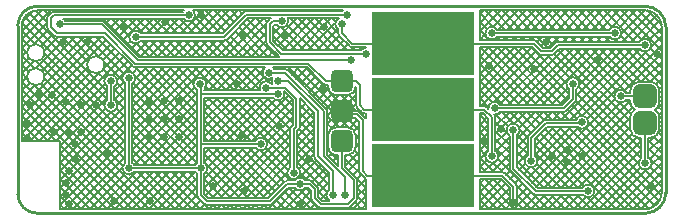
<source format=gbl>
G04*
G04 #@! TF.GenerationSoftware,Altium Limited,Altium Designer,20.2.6 (244)*
G04*
G04 Layer_Physical_Order=2*
G04 Layer_Color=65280*
%FSLAX25Y25*%
%MOIN*%
G70*
G04*
G04 #@! TF.SameCoordinates,535AE1F0-9979-4E68-9054-F600688F37C9*
G04*
G04*
G04 #@! TF.FilePolarity,Positive*
G04*
G01*
G75*
%ADD10C,0.01000*%
%ADD15C,0.00600*%
%ADD75C,0.02500*%
G04:AMPARAMS|DCode=76|XSize=78.74mil|YSize=78.74mil|CornerRadius=19.68mil|HoleSize=0mil|Usage=FLASHONLY|Rotation=0.000|XOffset=0mil|YOffset=0mil|HoleType=Round|Shape=RoundedRectangle|*
%AMROUNDEDRECTD76*
21,1,0.07874,0.03937,0,0,0.0*
21,1,0.03937,0.07874,0,0,0.0*
1,1,0.03937,0.01968,-0.01968*
1,1,0.03937,-0.01968,-0.01968*
1,1,0.03937,-0.01968,0.01968*
1,1,0.03937,0.01968,0.01968*
%
%ADD76ROUNDEDRECTD76*%
G04:AMPARAMS|DCode=77|XSize=75mil|YSize=75mil|CornerRadius=18.75mil|HoleSize=0mil|Usage=FLASHONLY|Rotation=270.000|XOffset=0mil|YOffset=0mil|HoleType=Round|Shape=RoundedRectangle|*
%AMROUNDEDRECTD77*
21,1,0.07500,0.03750,0,0,270.0*
21,1,0.03750,0.07500,0,0,270.0*
1,1,0.03750,-0.01875,-0.01875*
1,1,0.03750,-0.01875,0.01875*
1,1,0.03750,0.01875,0.01875*
1,1,0.03750,0.01875,-0.01875*
%
%ADD77ROUNDEDRECTD77*%
G36*
X118000Y2000D02*
X118000Y23000D01*
X152000D01*
X152000Y2000D01*
X118000D01*
D02*
G37*
G36*
Y24000D02*
X118000Y45000D01*
X152000D01*
X152000Y24000D01*
X118000D01*
D02*
G37*
G36*
Y46000D02*
X118000Y67000D01*
X152000D01*
X152000Y46000D01*
X118000D01*
D02*
G37*
D10*
X215996Y62174D02*
G03*
X209000Y69000I-6828J0D01*
G01*
X209172Y0D02*
G03*
X216000Y6828I0J6828D01*
G01*
X6449Y69000D02*
G03*
X0Y62550I0J-6449D01*
G01*
Y6449D02*
G03*
X6449Y0I6449J0D01*
G01*
X216000Y6828D02*
Y62174D01*
X6449Y0D02*
X209172D01*
X6449Y69000D02*
X209000D01*
X0Y6449D02*
Y62550D01*
D15*
X214600Y62172D02*
G03*
X209172Y67600I-5428J0D01*
G01*
X211150Y56000D02*
G03*
X207216Y57200I-2150J0D01*
G01*
Y54800D02*
G03*
X211150Y56000I1784J1200D01*
G01*
X201150Y60000D02*
G03*
X197216Y61200I-2150J0D01*
G01*
Y58800D02*
G03*
X201150Y60000I1784J1200D01*
G01*
X213837Y40968D02*
G03*
X210968Y43837I-2868J0D01*
G01*
X207031D02*
G03*
X204163Y40968I0J-2868D01*
G01*
X202784Y40200D02*
G03*
X202784Y37800I-1784J-1200D01*
G01*
X187150Y43150D02*
G03*
X183800Y41366I-2150J0D01*
G01*
X186200D02*
G03*
X187150Y43150I-1200J1784D01*
G01*
X185848Y37152D02*
G03*
X186200Y38000I-848J848D01*
G01*
X185848Y37152D02*
G03*
X186200Y38000I-848J848D01*
G01*
X180000Y57200D02*
G03*
X179151Y56849I0J-1200D01*
G01*
X180000Y57200D02*
G03*
X179151Y56849I0J-1200D01*
G01*
X178000Y52800D02*
G03*
X178849Y53152I0J1200D01*
G01*
X178000Y52800D02*
G03*
X178849Y53152I0J1200D01*
G01*
X173652D02*
G03*
X174500Y52800I848J848D01*
G01*
X213837Y31969D02*
G03*
X212317Y34500I-2868J0D01*
G01*
D02*
G03*
X213837Y37031I-1349J2531D01*
G01*
X210968Y25163D02*
G03*
X213837Y28032I0J2868D01*
G01*
X211264Y16666D02*
G03*
X210200Y18522I-2150J0D01*
G01*
X209172Y1400D02*
G03*
X214600Y6828I0J5428D01*
G01*
X207800Y18368D02*
G03*
X211264Y16666I1314J-1702D01*
G01*
X204163Y37031D02*
G03*
X205682Y34500I2868J0D01*
G01*
X182000Y33800D02*
G03*
X182849Y34152I0J1200D01*
G01*
X182000Y33800D02*
G03*
X182849Y34152I0J1200D01*
G01*
X205682Y34500D02*
G03*
X204163Y31969I1349J-2531D01*
G01*
X190209Y30319D02*
G03*
X186098Y31200I-2150J0D01*
G01*
X176000D02*
G03*
X175152Y30849I0J-1200D01*
G01*
X204163Y28032D02*
G03*
X207031Y25163I2868J0D01*
G01*
X192264Y7469D02*
G03*
X188200Y8449I-2150J0D01*
G01*
X186538Y28800D02*
G03*
X190209Y30319I1522J1519D01*
G01*
X188500Y6049D02*
G03*
X192264Y7469I1614J1420D01*
G01*
X176000Y31200D02*
G03*
X175152Y30849I0J-1200D01*
G01*
X172848Y57349D02*
G03*
X172000Y57700I-848J-848D01*
G01*
X172848Y57349D02*
G03*
X172000Y57700I-848J-848D01*
G01*
X173652Y53152D02*
G03*
X174500Y52800I848J848D01*
G01*
X167264Y27666D02*
G03*
X163914Y25882I-2150J0D01*
G01*
X159784Y61200D02*
G03*
X159784Y58800I-1784J-1200D01*
G01*
X160784Y36200D02*
G03*
X156856Y34841I-1784J-1200D01*
G01*
X159200Y32000D02*
G03*
X158849Y32849I-1200J0D01*
G01*
X158841Y32856D02*
G03*
X160784Y33800I159J2144D01*
G01*
X156349Y35348D02*
G03*
X155500Y35700I-848J-848D01*
G01*
X159200Y32000D02*
G03*
X158849Y32849I-1200J0D01*
G01*
X166314Y25882D02*
G03*
X167264Y27666I-1200J1784D01*
G01*
X156349Y35348D02*
G03*
X155500Y35700I-848J-848D01*
G01*
X173264Y17469D02*
G03*
X172314Y19253I-2150J0D01*
G01*
X170266Y25963D02*
G03*
X169914Y25114I848J-848D01*
G01*
X170266Y25963D02*
G03*
X169914Y25114I848J-848D01*
G01*
Y19253D02*
G03*
X173264Y17469I1200J-1784D01*
G01*
X171903Y6400D02*
G03*
X172751Y6049I848J848D01*
G01*
X171903Y6400D02*
G03*
X172751Y6049I848J848D01*
G01*
X166314Y8886D02*
G03*
X165963Y9734I-1200J0D01*
G01*
X163914Y3666D02*
G03*
X166314Y3666I1200J0D01*
G01*
X160150Y19000D02*
G03*
X159200Y20784I-2150J0D01*
G01*
X163914Y14886D02*
G03*
X164266Y14037I1200J0D01*
G01*
X156800Y20784D02*
G03*
X160150Y19000I1200J-1784D01*
G01*
X163914Y14886D02*
G03*
X164266Y14037I1200J0D01*
G01*
X162348Y13349D02*
G03*
X161500Y13700I-848J-848D01*
G01*
X162348Y13349D02*
G03*
X161500Y13700I-848J-848D01*
G01*
X166314Y8886D02*
G03*
X165963Y9734I-1200J0D01*
G01*
X110652Y55651D02*
G03*
X111500Y55300I848J848D01*
G01*
X106800Y60000D02*
G03*
X107151Y59152I1200J0D01*
G01*
X110652Y55651D02*
G03*
X111500Y55300I848J848D01*
G01*
X107095Y64950D02*
G03*
X106800Y61216I905J-1950D01*
G01*
Y60000D02*
G03*
X107151Y59152I1200J0D01*
G01*
X116000Y55150D02*
G03*
X114327Y54350I0J-2150D01*
G01*
X101806Y43152D02*
G03*
X102655Y42800I848J848D01*
G01*
X101806Y43152D02*
G03*
X102655Y42800I848J848D01*
G01*
X112800Y36000D02*
G03*
X113152Y35152I1200J0D01*
G01*
X112800Y36000D02*
G03*
X113152Y35152I1200J0D01*
G01*
X113848Y33849D02*
G03*
X113000Y34200I-848J-848D01*
G01*
X113848Y33849D02*
G03*
X113000Y34200I-848J-848D01*
G01*
X109875Y39350D02*
G03*
X112650Y42125I0J2775D01*
G01*
X114652Y33652D02*
G03*
X115500Y33300I848J848D01*
G01*
X114652Y33652D02*
G03*
X115500Y33300I848J848D01*
G01*
X103350Y42125D02*
G03*
X106125Y39350I2775J0D01*
G01*
X108849Y34848D02*
G03*
X107151Y33152I-848J-848D01*
G01*
X103200Y34000D02*
G03*
X102848Y34848I-1200J0D01*
G01*
X103200Y34000D02*
G03*
X102848Y34848I-1200J0D01*
G01*
X108151Y32151D02*
G03*
X109000Y31800I848J848D01*
G01*
X108151Y32151D02*
G03*
X109000Y31800I848J848D01*
G01*
X90150Y64000D02*
G03*
X89929Y64950I-2150J0D01*
G01*
X86216Y62800D02*
G03*
X90150Y64000I1784J1200D01*
G01*
X83152Y63849D02*
G03*
X82800Y63000I848J-848D01*
G01*
X83152Y63849D02*
G03*
X82800Y63000I848J-848D01*
G01*
Y57000D02*
G03*
X83152Y56151I1200J0D01*
G01*
X82800Y57000D02*
G03*
X83152Y56151I1200J0D01*
G01*
X76150Y67350D02*
G03*
X75301Y66998I0J-1200D01*
G01*
X76150Y67350D02*
G03*
X75301Y66998I0J-1200D01*
G01*
X68743Y57543D02*
G03*
X69591Y57894I0J1200D01*
G01*
X68743Y57543D02*
G03*
X69591Y57894I0J1200D01*
G01*
X89943Y47754D02*
G03*
X89095Y48105I-848J-848D01*
G01*
X89943Y47754D02*
G03*
X89095Y48105I-848J-848D01*
G01*
X88859Y39755D02*
G03*
X88673Y40630I-2150J0D01*
G01*
X85493Y48105D02*
G03*
X85032Y48600I-1784J-1200D01*
G01*
X82385D02*
G03*
X84806Y45057I1323J-1695D01*
G01*
D02*
G03*
X84780Y43106I1903J-1001D01*
G01*
X84493D02*
G03*
X80780Y40955I-1784J-1200D01*
G01*
X84925Y38555D02*
G03*
X88859Y39755I1784J1200D01*
G01*
X112650Y25875D02*
G03*
X109875Y28650I-2775J0D01*
G01*
Y19350D02*
G03*
X112650Y22125I0J2775D01*
G01*
X106125Y28650D02*
G03*
X103350Y25875I0J-2775D01*
G01*
Y22125D02*
G03*
X106125Y19350I2775J0D01*
G01*
X98800Y19000D02*
G03*
X99151Y18151I1200J0D01*
G01*
X98800Y19000D02*
G03*
X99151Y18151I1200J0D01*
G01*
X113800Y14000D02*
G03*
X114152Y13151I1200J0D01*
G01*
X113800Y14000D02*
G03*
X114152Y13151I1200J0D01*
G01*
X113200Y11000D02*
G03*
X112848Y11849I-1200J0D01*
G01*
X113200Y11000D02*
G03*
X112848Y11849I-1200J0D01*
G01*
Y4152D02*
G03*
X113200Y5000I-848J848D01*
G01*
X112848Y4152D02*
G03*
X113200Y5000I-848J848D01*
G01*
X103800Y7784D02*
G03*
X103824Y4200I1200J-1784D01*
G01*
X100200Y8000D02*
G03*
X99849Y8849I-1200J0D01*
G01*
X100200Y8000D02*
G03*
X99849Y8849I-1200J0D01*
G01*
X110000Y1800D02*
G03*
X110848Y2152I0J1200D01*
G01*
X110000Y1800D02*
G03*
X110848Y2152I0J1200D01*
G01*
X100152D02*
G03*
X101000Y1800I848J848D01*
G01*
X100152Y2152D02*
G03*
X101000Y1800I848J848D01*
G01*
X93648Y27951D02*
G03*
X94000Y28800I-848J848D01*
G01*
X93648Y27951D02*
G03*
X94000Y28800I-848J848D01*
G01*
X91151Y28848D02*
G03*
X90800Y28000I848J-848D01*
G01*
X91151Y28848D02*
G03*
X90800Y28000I848J-848D01*
G01*
Y15284D02*
G03*
X94150Y13500I1200J-1784D01*
G01*
D02*
G03*
X93200Y15284I-2150J0D01*
G01*
X79216Y21800D02*
G03*
X83150Y23000I1784J1200D01*
G01*
D02*
G03*
X79216Y24200I-2150J0D01*
G01*
X98128Y10569D02*
G03*
X97280Y10921I-848J-848D01*
G01*
X98128Y10569D02*
G03*
X97280Y10921I-848J-848D01*
G01*
X95852D02*
G03*
X92285Y10921I-1784J-1200D01*
G01*
Y8521D02*
G03*
X95852Y8521I1784J1200D01*
G01*
X89720Y10921D02*
G03*
X88872Y10569I0J-1200D01*
G01*
X89720Y10921D02*
G03*
X88872Y10569I0J-1200D01*
G01*
X97800Y5000D02*
G03*
X98151Y4152I1200J0D01*
G01*
X97800Y5000D02*
G03*
X98151Y4152I1200J0D01*
G01*
X84000Y2800D02*
G03*
X84848Y3151I0J1200D01*
G01*
X84000Y2800D02*
G03*
X84848Y3151I0J1200D01*
G01*
X59150Y66000D02*
G03*
X58436Y67600I-2150J0D01*
G01*
X55216Y64800D02*
G03*
X59150Y66000I1784J1200D01*
G01*
X41062Y59943D02*
G03*
X41062Y57543I-1784J-1200D01*
G01*
X62200Y41478D02*
G03*
X62831Y43000I-1519J1522D01*
G01*
D02*
G03*
X59800Y41039I-2150J0D01*
G01*
X15784Y64200D02*
G03*
X15176Y64800I-1784J-1200D01*
G01*
X28848Y63849D02*
G03*
X28000Y64200I-848J-848D01*
G01*
X28848Y63849D02*
G03*
X28000Y64200I-848J-848D01*
G01*
X12151Y59152D02*
G03*
X13000Y58800I848J848D01*
G01*
X12151Y59152D02*
G03*
X13000Y58800I848J848D01*
G01*
X12000Y67200D02*
G03*
X11152Y66848I0J-1200D01*
G01*
X12000Y67200D02*
G03*
X11152Y66848I0J-1200D01*
G01*
X10152Y65848D02*
G03*
X9800Y65000I848J-848D01*
G01*
X10152Y65848D02*
G03*
X9800Y65000I848J-848D01*
G01*
X6449Y67600D02*
G03*
X1400Y62559I0J-5049D01*
G01*
X9800Y62000D02*
G03*
X10152Y61151I1200J0D01*
G01*
X9800Y62000D02*
G03*
X10152Y61151I1200J0D01*
G01*
X38352Y48952D02*
G03*
X39200Y48600I848J848D01*
G01*
X38352Y48952D02*
G03*
X39200Y48600I848J848D01*
G01*
X28851Y49500D02*
G03*
X28851Y49500I-2851J0D01*
G01*
X39150Y45000D02*
G03*
X35800Y43216I-2150J0D01*
G01*
X38200D02*
G03*
X39150Y45000I-1200J1784D01*
G01*
X33150Y44000D02*
G03*
X29800Y42216I-2150J0D01*
G01*
X32200D02*
G03*
X33150Y44000I-1200J1784D01*
G01*
X8851Y53500D02*
G03*
X8851Y53500I-2851J0D01*
G01*
Y45500D02*
G03*
X8851Y45500I-2851J0D01*
G01*
X63150Y15000D02*
G03*
X62200Y16784I-2150J0D01*
G01*
Y13216D02*
G03*
X63150Y15000I-1200J1784D01*
G01*
X62151Y3151D02*
G03*
X63000Y2800I848J848D01*
G01*
X62151Y3151D02*
G03*
X63000Y2800I848J848D01*
G01*
X59800Y16784D02*
G03*
X59216Y16200I1200J-1784D01*
G01*
X59800Y6000D02*
G03*
X60151Y5152I1200J0D01*
G01*
X59216Y13800D02*
G03*
X59800Y13216I1784J1200D01*
G01*
Y6000D02*
G03*
X60151Y5152I1200J0D01*
G01*
X33150Y36000D02*
G03*
X32200Y37784I-2150J0D01*
G01*
X29800D02*
G03*
X33150Y36000I1200J-1784D01*
G01*
X38784Y16200D02*
G03*
X38200Y16784I-1784J-1200D01*
G01*
X35800D02*
G03*
X38784Y13800I1200J-1784D01*
G01*
X206757Y67600D02*
X214600Y59758D01*
X210382Y57647D02*
X214600Y61865D01*
X210382Y57647D02*
X214600Y61865D01*
X209603Y67583D02*
X214583Y62603D01*
X203000Y67600D02*
X209172D01*
X201450Y57200D02*
X211380Y67130D01*
X207107Y57200D02*
X214178Y64271D01*
X203929Y67600D02*
X214600Y56929D01*
X211099Y55536D02*
X214600Y59036D01*
X210893Y54980D02*
X214600Y51272D01*
X204278Y57200D02*
X213049Y65971D01*
X200303Y61710D02*
X206193Y67600D01*
X196965Y61200D02*
X203364Y67600D01*
X201130Y59709D02*
X209021Y67600D01*
X198272D02*
X207980Y57893D01*
X194136Y61200D02*
X200536Y67600D01*
X201101D02*
X214600Y54101D01*
X195444Y67600D02*
X205844Y57200D01*
X180000D02*
X207216D01*
X201001Y59214D02*
X203015Y57200D01*
X199482Y57905D02*
X200187Y57200D01*
X191273Y54800D02*
X204283Y41790D01*
X209186Y53858D02*
X214600Y48444D01*
X205415Y54800D02*
X214600Y45615D01*
X210714Y43837D02*
X214600Y47723D01*
X207886Y43837D02*
X214600Y50551D01*
X212844Y43139D02*
X214600Y44894D01*
X207031Y43837D02*
X210968D01*
X213820Y41285D02*
X214600Y42066D01*
X213837Y38475D02*
X214600Y39237D01*
X213837Y40721D02*
X214600Y39959D01*
X213837Y37893D02*
X214600Y37130D01*
X213837Y37031D02*
Y40968D01*
X204163Y37031D02*
Y37800D01*
X202587Y54800D02*
X214600Y42787D01*
X199759Y54800D02*
X210721Y43837D01*
X202080Y40859D02*
X214600Y53380D01*
X196930Y54800D02*
X207893Y43837D01*
X194102Y54800D02*
X205505Y43397D01*
X180497Y54800D02*
X207216D01*
X204163Y40200D02*
Y40968D01*
X202784Y40200D02*
X204163D01*
X202784Y37800D02*
X204163D01*
X188445Y54800D02*
X203045Y40200D01*
X186200Y39122D02*
X201878Y54800D01*
X189787Y67600D02*
X196187Y61200D01*
X188479D02*
X194879Y67600D01*
X192615D02*
X198214Y62001D01*
X191308Y61200D02*
X197708Y67600D01*
X186959D02*
X193359Y61200D01*
X185651D02*
X192051Y67600D01*
X192930Y58800D02*
X194530Y57200D01*
X192964D02*
X194564Y58800D01*
X190136Y57200D02*
X191736Y58800D01*
X195758D02*
X197359Y57200D01*
X187308D02*
X188908Y58800D01*
X187273D02*
X188873Y57200D01*
X190102Y58800D02*
X191702Y57200D01*
X181302Y67600D02*
X187702Y61200D01*
X179994D02*
X186394Y67600D01*
X184130D02*
X190530Y61200D01*
X182822D02*
X189222Y67600D01*
X175645D02*
X182045Y61200D01*
X174337D02*
X180737Y67600D01*
X178473D02*
X184873Y61200D01*
X184445Y58800D02*
X186045Y57200D01*
X177165Y61200D02*
X183565Y67600D01*
X184479Y57200D02*
X186079Y58800D01*
X181616D02*
X183216Y57200D01*
X176822Y55200D02*
X180422Y58800D01*
X181651Y57200D02*
X183251Y58800D01*
X198621Y57200D02*
X199291Y57870D01*
X195793Y57200D02*
X197290Y58697D01*
X187133Y42884D02*
X199050Y54800D01*
X185616D02*
X199702Y40714D01*
X186291Y44869D02*
X196221Y54800D01*
X186200Y38000D02*
Y41366D01*
X182788Y54800D02*
X198868Y38719D01*
X183800Y38497D02*
Y41366D01*
X181503Y36200D02*
X183800Y38497D01*
X178788Y58800D02*
X180388Y57200D01*
X177503Y55200D02*
X179151Y56849D01*
X175960Y58800D02*
X178531Y56228D01*
X174495Y55702D02*
X177594Y58800D01*
X174997Y55200D02*
X177503D01*
X178849Y53152D02*
X180497Y54800D01*
X176303Y52800D02*
X184033Y45070D01*
X174500Y52800D02*
X178000D01*
X213397Y35505D02*
X214600Y34302D01*
X212552Y34361D02*
X214600Y36409D01*
X213837Y29989D02*
X214600Y30752D01*
X213737Y32718D02*
X214600Y33581D01*
X213823Y32250D02*
X214600Y31473D01*
X213837Y29408D02*
X214600Y28645D01*
X213625Y26948D02*
X214600Y27924D01*
X213577Y26839D02*
X214600Y25816D01*
Y6828D02*
Y62172D01*
X213837Y28032D02*
Y31969D01*
X212164Y25424D02*
X214600Y22988D01*
X189870Y31478D02*
X214600Y56208D01*
X188032Y32469D02*
X209464Y53901D01*
X210200Y23524D02*
X212052Y25375D01*
X183935Y31200D02*
X207353Y54618D01*
X183935Y31200D02*
X207353Y54618D01*
X186920Y42183D02*
X207800Y21303D01*
X190207Y30410D02*
X214547Y6070D01*
X186161Y28800D02*
X212455Y2506D01*
X189256Y28533D02*
X213799Y3990D01*
X186200Y40074D02*
X207800Y18474D01*
X180504Y28800D02*
X207904Y1400D01*
X183332Y28800D02*
X210553Y1579D01*
X210200Y24559D02*
X214600Y20159D01*
X210200Y20695D02*
X214600Y25095D01*
X210576Y18243D02*
X214600Y22267D01*
X210200Y21731D02*
X214600Y17331D01*
X210200Y25163D02*
X210968D01*
X210200Y18522D02*
Y25163D01*
X211157Y15995D02*
X214600Y19439D01*
X210200Y18903D02*
X214600Y14503D01*
X210861Y15413D02*
X214600Y11674D01*
X208921Y14525D02*
X214600Y8846D01*
X211033Y1729D02*
X214271Y4967D01*
X206755Y25176D02*
X207800Y24131D01*
X207875Y1400D02*
X214600Y8125D01*
X205047Y1400D02*
X214600Y10953D01*
X207800Y18368D02*
Y25163D01*
X207031D02*
X207800D01*
X192112Y8264D02*
X207800Y23952D01*
X199390Y1400D02*
X214600Y16610D01*
X196562Y1400D02*
X209785Y14623D01*
X202218Y1400D02*
X214600Y13782D01*
X193733Y1400D02*
X207537Y15204D01*
X188076Y1400D02*
X207800Y21124D01*
X203000Y1400D02*
X209172D01*
X202714Y37702D02*
X204320Y36097D01*
X200719Y36868D02*
X204424Y33164D01*
X184657Y35960D02*
X188150Y32467D01*
X182849Y34152D02*
X185848Y37152D01*
X186042Y37404D02*
X206973Y16473D01*
X204163Y28032D02*
Y31969D01*
X183243Y34546D02*
X186273Y31516D01*
X181160Y33800D02*
X183760Y31200D01*
X181107D02*
X204707Y54800D01*
X174793Y36200D02*
X193393Y54800D01*
X180450Y36200D02*
X183800Y39550D01*
X177621Y36200D02*
X183281Y41859D01*
X178278Y31200D02*
X180878Y33800D01*
X175504D02*
X178104Y31200D01*
X178332Y33800D02*
X180932Y31200D01*
X180228Y54531D02*
X204163Y30597D01*
X178813Y53118D02*
X204176Y27755D01*
X178154Y8449D02*
X204861Y35156D01*
X180983Y8449D02*
X204163Y31629D01*
X175326Y8449D02*
X204163Y37286D01*
X183811Y8449D02*
X204163Y28800D01*
X190586Y9567D02*
X206282Y25263D01*
X186639Y8449D02*
X204639Y26448D01*
X191824Y6166D02*
X196590Y1400D01*
X190905D02*
X207261Y17757D01*
X189823Y5339D02*
X193762Y1400D01*
X186285Y6049D02*
X190933Y1400D01*
X183456Y6049D02*
X188105Y1400D01*
X185248D02*
X189319Y5471D01*
X177675Y28800D02*
X205075Y1400D01*
X176000Y31200D02*
X186098D01*
X182419Y1400D02*
X187068Y6049D01*
X176497Y28800D02*
X186538D01*
X177799Y6049D02*
X182448Y1400D01*
X179591D02*
X184239Y6049D01*
X175672Y27975D02*
X202247Y1400D01*
X174258Y26561D02*
X199418Y1400D01*
X180628Y6049D02*
X185276Y1400D01*
X174971Y6049D02*
X179619Y1400D01*
X173934D02*
X178583Y6049D01*
X176762Y1400D02*
X181411Y6049D01*
X169988Y67600D02*
X176388Y61200D01*
X168680D02*
X175080Y67600D01*
X172816D02*
X179216Y61200D01*
X171509D02*
X177909Y67600D01*
X168009Y57700D02*
X169109Y58800D01*
X167474D02*
X168574Y57700D01*
X170303Y58800D02*
X171403Y57700D01*
X173131Y58800D02*
X176731Y55200D01*
X173081Y57116D02*
X174766Y58800D01*
X172848Y57349D02*
X174997Y55200D01*
X170974Y55300D02*
X182866Y43409D01*
X170837Y57700D02*
X171937Y58800D01*
X167159Y67600D02*
X173559Y61200D01*
X154000Y67600D02*
X203000D01*
X165852Y61200D02*
X172252Y67600D01*
X159784Y61200D02*
X197216D01*
X163023D02*
X169423Y67600D01*
X161503D02*
X167903Y61200D01*
X164331Y67600D02*
X170731Y61200D01*
X165317Y55300D02*
X182960Y37657D01*
X159784Y58800D02*
X197216D01*
X162489Y55300D02*
X181546Y36243D01*
X156832Y55300D02*
X175932Y36200D01*
X154000Y57700D02*
X172000D01*
X154000Y40863D02*
X168437Y55300D01*
X168146D02*
X183800Y39646D01*
X166308Y36200D02*
X184908Y54800D01*
X171965Y36200D02*
X190565Y54800D01*
X169136Y36200D02*
X187736Y54800D01*
X171503Y55300D02*
X173652Y53152D01*
X172675Y33800D02*
X175423Y31052D01*
X169847Y33800D02*
X173975Y29672D01*
X167018Y33800D02*
X172561Y28258D01*
X170266Y25963D02*
X175152Y30849D01*
X165538Y29774D02*
X169564Y33800D01*
X164190D02*
X171146Y26844D01*
X167095Y28502D02*
X172393Y33800D01*
X163479Y36200D02*
X182079Y54800D01*
X158759Y37136D02*
X174425Y52802D01*
X160784Y36200D02*
X181503D01*
X160729Y36278D02*
X177251Y52800D01*
X154000Y38034D02*
X171265Y55300D01*
X154000D02*
X171503D01*
X154000Y52475D02*
X170275Y36200D01*
X159660Y55300D02*
X178761Y36200D01*
X154004Y55300D02*
X173104Y36200D01*
X160784Y33800D02*
X182000D01*
X154494Y35700D02*
X172798Y54005D01*
X154000Y49647D02*
X167447Y36200D01*
X160195Y61200D02*
X166595Y67600D01*
X158674D02*
X165074Y61200D01*
X162352Y57700D02*
X163452Y58800D01*
X158296Y62129D02*
X163767Y67600D01*
X155846D02*
X162246Y61200D01*
X154000Y63490D02*
X158110Y67600D01*
X164646Y58800D02*
X165746Y57700D01*
X161817Y58800D02*
X162917Y57700D01*
X165180D02*
X166280Y58800D01*
X159523Y57700D02*
X160623Y58800D01*
X156521Y58440D02*
X157261Y57700D01*
X159411Y58378D02*
X160089Y57700D01*
X154000Y66617D02*
X158535Y62082D01*
X154000Y60662D02*
X160938Y67600D01*
X154000Y60961D02*
X156440Y58521D01*
X154000Y63789D02*
X156378Y61411D01*
X154000Y66319D02*
X155281Y67600D01*
X154000Y57700D02*
Y67600D01*
Y57833D02*
X155870Y59704D01*
X154000Y46520D02*
X162780Y55300D01*
X154000Y49348D02*
X159952Y55300D01*
X154000Y43691D02*
X165609Y55300D01*
X154000Y52177D02*
X157123Y55300D01*
X154000Y58132D02*
X154432Y57700D01*
X154000Y35700D02*
Y55300D01*
X159200Y31921D02*
X161079Y33800D01*
X156349Y35348D02*
X156856Y34841D01*
X161362Y33800D02*
X165359Y29802D01*
X159200Y26264D02*
X166736Y33800D01*
X159438Y32895D02*
X163387Y28946D01*
X159200Y29092D02*
X163908Y33800D01*
X159200Y30305D02*
X163914Y25591D01*
X154000Y43990D02*
X161790Y36200D01*
X154000Y46818D02*
X164618Y36200D01*
X154000Y38333D02*
X156895Y35438D01*
X154000Y41162D02*
X158176Y36986D01*
X154000Y35700D02*
X155500D01*
X154000Y33300D02*
X155003D01*
X156800Y31503D01*
X154000Y32676D02*
X156800Y29876D01*
X154000Y26721D02*
X156800Y29521D01*
X154000Y29549D02*
X156377Y31926D01*
X154000Y32378D02*
X154922Y33300D01*
X154000Y29848D02*
X156800Y27048D01*
X172314Y19579D02*
X181535Y28800D01*
X172314Y22408D02*
X178707Y28800D01*
X173253Y17689D02*
X184363Y28800D01*
X172314Y19579D02*
X181535Y28800D01*
X172314Y19253D02*
Y24617D01*
X176497Y28800D01*
X172873Y8824D02*
X200901Y36852D01*
X171459Y10238D02*
X199141Y37920D01*
X172844Y25146D02*
X188811Y9179D01*
X172314Y22847D02*
X186713Y8449D01*
X170045Y11653D02*
X186900Y28508D01*
X172314Y20019D02*
X183885Y8449D01*
X166314Y22064D02*
X178050Y33800D01*
X166314Y24893D02*
X175221Y33800D01*
X167250Y27911D02*
X169921Y25241D01*
X166394Y25939D02*
X169914Y22419D01*
X166314Y23190D02*
X169914Y19590D01*
X166314Y16408D02*
X169914Y20008D01*
X166314Y19236D02*
X169914Y22836D01*
Y19253D02*
Y25114D01*
X166314Y15383D02*
Y25882D01*
Y20362D02*
X168977Y17700D01*
X173024Y16481D02*
X181056Y8449D01*
X166314Y15383D02*
X173249Y8449D01*
X188200D01*
X171345Y15331D02*
X178228Y8449D01*
X167216Y14481D02*
X169209Y16473D01*
X167216Y14481D02*
X169209Y16473D01*
X168630Y13067D02*
X170894Y15330D01*
X171106Y1400D02*
X175754Y6049D01*
X168277Y1400D02*
X172926Y6049D01*
X172751D02*
X188500D01*
X166314Y7922D02*
X168347Y9956D01*
X166314Y17534D02*
X175399Y8449D01*
X164266Y14037D02*
X171903Y6400D01*
X166314Y5094D02*
X169762Y8541D01*
X165630Y10067D02*
X166933Y11370D01*
X166314Y3666D02*
Y8886D01*
X166301Y9061D02*
X173962Y1400D01*
X159994Y18197D02*
X176791Y1400D01*
X154000D02*
X202995D01*
X166314Y6220D02*
X171134Y1400D01*
X165449D02*
X171176Y7127D01*
X166288Y3418D02*
X168306Y1400D01*
X159303Y20710D02*
X163914Y25321D01*
X159200Y27476D02*
X163914Y22762D01*
X160130Y18709D02*
X163914Y22493D01*
X159200Y24648D02*
X163914Y19934D01*
X159200Y23436D02*
X163006Y27242D01*
X159200Y20784D02*
Y32000D01*
X163914Y14886D02*
Y25882D01*
X159200Y21819D02*
X163914Y17105D01*
X158462Y16900D02*
X161675Y13687D01*
X157950Y13700D02*
X163914Y19664D01*
X160778Y13700D02*
X163914Y16836D01*
X154000Y23892D02*
X156800Y26692D01*
X154000Y27019D02*
X156800Y24219D01*
X154000Y21064D02*
X156800Y23864D01*
X154000Y24191D02*
X156800Y21391D01*
Y20784D02*
Y31503D01*
X154000Y21362D02*
X155900Y19462D01*
X154000Y18236D02*
X156800Y21035D01*
X154000Y18534D02*
X158834Y13700D01*
X155121D02*
X158291Y16870D01*
X154000Y15407D02*
X156290Y17697D01*
X154000Y13700D02*
Y33300D01*
Y15706D02*
X156006Y13700D01*
X162348Y13349D02*
X165963Y9734D01*
X164216Y11481D02*
X165519Y12784D01*
X164216Y11481D02*
X165519Y12784D01*
X162802Y12895D02*
X164120Y14213D01*
X161003Y11300D02*
X163914Y8389D01*
X162620Y1400D02*
X164159Y2939D01*
X163914Y3666D02*
Y8389D01*
X158406Y11300D02*
X163914Y5791D01*
X159792Y1400D02*
X163914Y5522D01*
X154000Y4093D02*
X161105Y11198D01*
X154000Y13700D02*
X161500D01*
X154135Y1400D02*
X162519Y9784D01*
X154135Y1400D02*
X162519Y9784D01*
X154000Y6922D02*
X158378Y11300D01*
X154000Y9750D02*
X155550Y11300D01*
X154000D02*
X161003D01*
X155577D02*
X165477Y1400D01*
X154000Y10049D02*
X162649Y1400D01*
X156964D02*
X163914Y8351D01*
X154000Y7220D02*
X159820Y1400D01*
X154000D02*
Y11300D01*
Y4392D02*
X156992Y1400D01*
X107151Y59152D02*
X110652Y55651D01*
X111500Y55300D02*
X116000D01*
X114406D02*
X114874Y54832D01*
X104756Y64950D02*
X105977Y63728D01*
X101927Y64950D02*
X106800Y60077D01*
Y60000D02*
Y61216D01*
X110919Y54350D02*
X111869Y55300D01*
X111577D02*
X112527Y54350D01*
X108090D02*
X110022Y56281D01*
X113747Y54350D02*
X114697Y55300D01*
X102433Y54350D02*
X107193Y59110D01*
X105262Y54350D02*
X108607Y57696D01*
X103350Y42125D02*
Y42800D01*
X102655D02*
X103350D01*
X89929Y64950D02*
X107095D01*
X99099D02*
X109699Y54350D01*
X76150Y67350D02*
X108066D01*
X96776Y54350D02*
X105904Y63477D01*
X99605Y54350D02*
X106613Y61358D01*
X96270Y64950D02*
X106870Y54350D01*
X90614Y64950D02*
X101214Y54350D01*
X91120D02*
X101720Y64950D01*
X88319Y54378D02*
X98891Y64950D01*
X93948Y54350D02*
X104548Y64950D01*
X93442D02*
X104042Y54350D01*
X95650Y48600D02*
X110050Y34200D01*
X89993Y48600D02*
X109944Y28649D01*
X88347Y54350D02*
X114327D01*
X92821Y48600D02*
X106913Y34508D01*
X89943Y47754D02*
X102848Y34848D01*
X96358Y48600D02*
X101806Y43152D01*
X97133Y40564D02*
X100763Y44194D01*
X95719Y41978D02*
X99349Y45609D01*
X98547Y39150D02*
X102263Y42866D01*
X110488Y39419D02*
X112800Y37107D01*
X109497Y34200D02*
X113000D01*
X112170Y40565D02*
X112800Y39935D01*
Y36000D02*
Y42153D01*
X110568Y34200D02*
X112800Y36432D01*
X108849Y34848D02*
X109497Y34200D01*
X113848Y33849D02*
X115849Y31848D01*
X116000Y31663D02*
Y33300D01*
X114861Y32836D02*
X115336Y33311D01*
X113152Y35152D02*
X114652Y33652D01*
X112503Y31800D02*
X113800Y30503D01*
X112450Y31800D02*
X113800Y30450D01*
X110583Y28558D02*
X113164Y31139D01*
X109000Y31800D02*
X112503D01*
X106125Y39350D02*
X109875D01*
X107728D02*
X112878Y34200D01*
X108586Y35047D02*
X112800Y39261D01*
X102790Y34907D02*
X107232Y39350D01*
X99961Y37736D02*
X103488Y41262D01*
X101375Y36322D02*
X104762Y39708D01*
X93995Y38308D02*
X98800Y33503D01*
X103200Y32489D02*
X110067Y39357D01*
X107846Y28650D02*
X110996Y31800D01*
X106125Y28650D02*
X109875D01*
X107151Y33152D02*
X108151Y32151D01*
X103200Y29661D02*
X106953Y33414D01*
X103200Y32564D02*
X107115Y28650D01*
X104470Y28103D02*
X108355Y31988D01*
X103200Y29736D02*
X104688Y28249D01*
X85491Y57206D02*
X93234Y64950D01*
X85497Y62800D02*
X86216D01*
X85200Y57497D02*
Y62503D01*
Y59744D02*
X87393Y61937D01*
X83152Y63849D02*
X84152Y64849D01*
X82128Y64950D02*
X83191Y63888D01*
X82800Y57000D02*
Y63000D01*
X86905Y55792D02*
X96063Y64950D01*
X89843Y62892D02*
X98385Y54350D01*
X85200Y61878D02*
X92728Y54350D01*
X88056Y61851D02*
X95557Y54350D01*
X85200Y59050D02*
X89900Y54350D01*
X85200Y57497D02*
X88347Y54350D01*
X83152Y56151D02*
X87002Y52302D01*
X80484Y52200D02*
X83794Y55509D01*
X79300Y64950D02*
X82800Y61450D01*
X76647Y64950D02*
X84267D01*
X76559Y64862D02*
X82800Y58621D01*
X69591Y57894D02*
X76647Y64950D01*
X73821Y67600D02*
X74862Y66559D01*
X70993Y67600D02*
X73448Y65145D01*
X68164Y67600D02*
X72034Y63731D01*
X68246Y59943D02*
X75301Y66998D01*
X73731Y62034D02*
X83565Y52200D01*
X75145Y63448D02*
X86393Y52200D01*
X71999D02*
X82800Y63001D01*
X77656Y52200D02*
X82800Y57344D01*
X74827Y52200D02*
X82800Y60173D01*
X70902Y59205D02*
X77908Y52200D01*
X72317Y60619D02*
X80736Y52200D01*
X69171D02*
X81921Y64950D01*
X69482Y57797D02*
X75079Y52200D01*
X91476Y46221D02*
X93855Y48600D01*
X92890Y44807D02*
X96521Y48437D01*
X90062Y47635D02*
X91026Y48600D01*
X94304Y43393D02*
X97935Y47023D01*
X94000Y37431D02*
X94436Y37867D01*
X88673Y40630D02*
X91600Y37703D01*
X87704Y48105D02*
X88198Y48600D01*
X87164D02*
X87659Y48105D01*
X94000Y31775D02*
X97264Y35039D01*
X94000Y36108D02*
X98800Y31308D01*
X94000Y34603D02*
X95850Y36453D01*
X94000Y33279D02*
X98800Y28479D01*
X94000Y28946D02*
X98678Y33625D01*
X91600Y29297D02*
Y37703D01*
X94000Y28800D02*
Y38200D01*
X88581Y38698D02*
X91600Y35679D01*
X91151Y28848D02*
X91600Y29297D01*
X86841Y37610D02*
X91600Y32851D01*
X86141Y52200D02*
X86622Y52681D01*
X85032Y48600D02*
X96358D01*
X83313Y52200D02*
X85208Y54095D01*
X85493Y48105D02*
X89095D01*
X78679Y48600D02*
X83309Y43970D01*
X75851Y48600D02*
X81109Y43342D01*
X83502Y43904D02*
X84507Y44909D01*
X81508Y48600D02*
X81956Y48151D01*
X77725Y40955D02*
X82172Y45402D01*
X83067Y38555D02*
X91600Y30022D01*
X70194Y48600D02*
X77838Y40955D01*
X72068D02*
X79713Y48600D01*
X69240Y40955D02*
X76884Y48600D01*
X74897Y40955D02*
X81764Y47823D01*
X73022Y48600D02*
X80667Y40955D01*
X112217Y27364D02*
X113800Y28947D01*
X112650Y24969D02*
X113800Y26119D01*
X109621Y31800D02*
X113800Y27621D01*
X112650Y22140D02*
X113800Y23290D01*
X112650Y23114D02*
X113800Y21964D01*
X112649Y25944D02*
X113800Y24793D01*
X112650Y22125D02*
Y25875D01*
X109200Y19350D02*
X109875D01*
X106125D02*
X106800D01*
X112249Y20687D02*
X113800Y19136D01*
Y14000D02*
Y30503D01*
X109200Y15862D02*
X113800Y20462D01*
X110648Y19460D02*
X113800Y16308D01*
X109200Y18079D02*
X116000Y11279D01*
X109200Y18690D02*
X109860Y19350D01*
X109200Y15497D02*
Y19350D01*
X106800Y15897D02*
Y19350D01*
X110432Y14265D02*
X113800Y17633D01*
X109200Y15497D02*
X112848Y11849D01*
X103350Y22125D02*
Y25875D01*
X103200Y26832D02*
X103897Y27530D01*
X103775Y18922D02*
X104636Y19783D01*
X103200Y21251D02*
X103734Y20717D01*
X94000Y30451D02*
X98800Y25651D01*
X103200Y19497D02*
Y34000D01*
X93200Y22489D02*
X98800Y28089D01*
X104717Y19734D02*
X106800Y17651D01*
X103200Y19497D02*
X106800Y15897D01*
X93200Y22766D02*
X103800Y12166D01*
X105189Y17508D02*
X106800Y19119D01*
X99151Y18151D02*
X103800Y13503D01*
X93887Y11863D02*
X99664Y17639D01*
X93200Y19937D02*
X103800Y9337D01*
X93200Y17109D02*
X103174Y7135D01*
X98189Y10508D02*
X102492Y14811D01*
X95820Y10967D02*
X101078Y16225D01*
X114152Y13151D02*
X115652Y11652D01*
X113200Y8548D02*
X116000Y11348D01*
X113154Y11330D02*
X114563Y12740D01*
X113200Y5720D02*
X116000Y8520D01*
X113200Y8422D02*
X116000Y5622D01*
X113166Y11285D02*
X116000Y8451D01*
X111846Y12851D02*
X113800Y14805D01*
X113200Y5594D02*
X116000Y2794D01*
Y1400D02*
Y11409D01*
X111709Y1400D02*
X116000Y5691D01*
X114537Y1400D02*
X116000Y2863D01*
X112331Y3634D02*
X114566Y1400D01*
X113200Y5000D02*
Y11000D01*
X110917Y2220D02*
X111737Y1400D01*
X110848Y2152D02*
X112848Y4152D01*
X103800Y7784D02*
Y13503D01*
X100200Y6862D02*
X103800Y10462D01*
X99603Y9094D02*
X103800Y13290D01*
X101497Y4200D02*
X103824D01*
X98128Y10569D02*
X99849Y8849D01*
X100932Y4765D02*
X103032Y6865D01*
X100200Y5497D02*
Y8000D01*
Y5497D02*
X101497Y4200D01*
X100200Y7280D02*
X103280Y4200D01*
X101000Y1800D02*
X110000D01*
X98151Y4152D02*
X100152Y2152D01*
X97567Y1400D02*
X99235Y3068D01*
X94246Y7578D02*
X100424Y1400D01*
X93200Y25318D02*
X98800Y30918D01*
X93660Y27963D02*
X98800Y22822D01*
X93200Y25594D02*
X98800Y19994D01*
X93200Y19661D02*
X98800Y25261D01*
X83049Y23652D02*
X91600Y32203D01*
X81626Y25057D02*
X91600Y35031D01*
X93200Y27503D02*
X93648Y27951D01*
X98800Y19000D02*
Y33503D01*
X93828Y14632D02*
X98800Y19604D01*
X93200Y16832D02*
X98800Y22432D01*
X94144Y13337D02*
X96560Y10921D01*
X90800Y15284D02*
Y28000D01*
X93200Y15284D02*
Y27503D01*
X82811Y21841D02*
X90116Y14536D01*
X81568Y5200D02*
X89850Y13483D01*
X80238Y38555D02*
X90800Y27994D01*
X71753Y38555D02*
X90800Y19509D01*
X68925Y38555D02*
X90800Y16680D01*
X77410Y38555D02*
X90800Y25166D01*
X77940Y24200D02*
X91522Y37781D01*
X74582Y38555D02*
X90800Y22337D01*
X72283Y24200D02*
X85862Y37779D01*
X75112Y24200D02*
X90107Y39196D01*
X69455Y24200D02*
X83810Y38555D01*
X70254Y5200D02*
X90800Y25746D01*
X73082Y5200D02*
X90800Y22918D01*
X67426Y5200D02*
X91600Y29375D01*
X80973Y20850D02*
X90903Y10921D01*
X78739Y5200D02*
X90800Y17261D01*
X74367Y21800D02*
X87235Y8932D01*
X71538Y21800D02*
X85821Y7518D01*
X68710Y21800D02*
X84406Y6103D01*
X77195Y21800D02*
X88649Y10346D01*
X75911Y5200D02*
X90800Y20089D01*
X95852Y10921D02*
X97280D01*
X95852Y8521D02*
X96782D01*
X89720Y10921D02*
X92285D01*
X90117D02*
X90868Y11672D01*
X90218Y8521D02*
X92285D01*
X97800Y5000D02*
Y7503D01*
X96131Y8521D02*
X97800Y6852D01*
X94738Y1400D02*
X97888Y4550D01*
X96782Y8521D02*
X97800Y7503D01*
X90475Y8521D02*
X97595Y1400D01*
X89081D02*
X96202Y8521D01*
X91910Y1400D02*
X97800Y7290D01*
X88932Y7235D02*
X94767Y1400D01*
X84848Y3151D02*
X90218Y8521D01*
X86253Y1400D02*
X92822Y7969D01*
X83425Y1400D02*
X90545Y8521D01*
X87518Y5821D02*
X91938Y1400D01*
X86103Y4406D02*
X89110Y1400D01*
X83503Y5200D02*
X88872Y10569D01*
X84674Y3007D02*
X86281Y1400D01*
X82053Y2800D02*
X83453Y1400D01*
X76396Y2800D02*
X77796Y1400D01*
X77768D02*
X79168Y2800D01*
X74939Y1400D02*
X76339Y2800D01*
X80596Y1400D02*
X81996Y2800D01*
X79224D02*
X80625Y1400D01*
X69282D02*
X70682Y2800D01*
X70739D02*
X72139Y1400D01*
X67911Y2800D02*
X69311Y1400D01*
X73568Y2800D02*
X74968Y1400D01*
X72111D02*
X73511Y2800D01*
X62508Y67600D02*
X69205Y60902D01*
X62771Y59943D02*
X70428Y67600D01*
X59943Y59943D02*
X67600Y67600D01*
X65336D02*
X70619Y62317D01*
X65600Y59943D02*
X73257Y67600D01*
X58436D02*
X108263D01*
X59679D02*
X67337Y59943D01*
X59943D02*
X67600Y67600D01*
X54286Y59943D02*
X61943Y67600D01*
X63514Y52200D02*
X68862Y57549D01*
X66342Y52200D02*
X79092Y64950D01*
X57114Y59943D02*
X64772Y67600D01*
X64080Y57543D02*
X69422Y52200D01*
X61251Y57543D02*
X66594Y52200D01*
X53994Y64800D02*
X58851Y59943D01*
X59061Y65389D02*
X64508Y59943D01*
X51457D02*
X55759Y64244D01*
X57666Y63956D02*
X61680Y59943D01*
X55594Y57543D02*
X60937Y52200D01*
X12000Y67200D02*
X55216D01*
X51166Y64800D02*
X56023Y59943D01*
X6449Y67600D02*
X55564D01*
X41062Y59943D02*
X68246D01*
X48629D02*
X53486Y64800D01*
X15176D02*
X55216D01*
X42680D02*
X47538Y59943D01*
X42972D02*
X47829Y64800D01*
X40622Y60421D02*
X45001Y64800D01*
X45801Y59943D02*
X50658Y64800D01*
X45509D02*
X50366Y59943D01*
X39852Y64800D02*
X44709Y59943D01*
X48337Y64800D02*
X53194Y59943D01*
X35035Y57662D02*
X42173Y64800D01*
X41452Y57543D02*
X46795Y52200D01*
X40886D02*
X46229Y57543D01*
X37023Y64800D02*
X41881Y59943D01*
X33621Y59076D02*
X39344Y64800D01*
X28538D02*
X41138Y52200D01*
X28848Y63849D02*
X40497Y52200D01*
X60685D02*
X66028Y57543D01*
X66908D02*
X72251Y52200D01*
X58423Y57543D02*
X63766Y52200D01*
X61804Y44833D02*
X65571Y48600D01*
X62831Y43032D02*
X68399Y48600D01*
X57857Y52200D02*
X63200Y57543D01*
X55028Y52200D02*
X60371Y57543D01*
X56052Y48600D02*
X59726Y44926D01*
X53224Y48600D02*
X58549Y43275D01*
X66411Y40955D02*
X74056Y48600D01*
X67366D02*
X75010Y40955D01*
X64537Y48600D02*
X72182Y40955D01*
X62200Y38555D02*
X84925D01*
X62200Y40955D02*
X80780D01*
X61709Y48600D02*
X69353Y40955D01*
X63583D02*
X71227Y48600D01*
X58880D02*
X66525Y40955D01*
X62607Y42045D02*
X63696Y40955D01*
X59800Y40000D02*
Y41039D01*
X49938Y57543D02*
X55280Y52200D01*
X52200D02*
X57543Y57543D01*
X49372Y52200D02*
X54714Y57543D01*
X52200Y52200D02*
X57543Y57543D01*
X52766D02*
X58109Y52200D01*
X41062Y57543D02*
X68743D01*
X46543Y52200D02*
X51886Y57543D01*
X47109D02*
X52452Y52200D01*
X44281Y57543D02*
X49624Y52200D01*
X39277Y53420D02*
X43400Y57543D01*
X37863Y54834D02*
X39655Y56626D01*
X40497Y52200D02*
X87117D01*
X43715D02*
X49057Y57543D01*
X39200Y48600D02*
X82385D01*
X50395D02*
X59800Y39195D01*
X38200Y38200D02*
X48600Y48600D01*
X39556Y56611D02*
X43967Y52200D01*
X38200Y41028D02*
X45772Y48600D01*
X38200Y38200D02*
X48600Y48600D01*
X39140Y44797D02*
X42943Y48600D01*
X38258Y46743D02*
X40115Y48600D01*
X25710Y64800D02*
X26310Y64200D01*
X27430D02*
X28030Y64800D01*
X24602Y64200D02*
X25202Y64800D01*
X21774Y64200D02*
X22374Y64800D01*
X22881D02*
X23481Y64200D01*
X15784D02*
X28000D01*
X16117D02*
X16717Y64800D01*
X17224D02*
X17824Y64200D01*
X20053Y64800D02*
X20653Y64200D01*
X18945D02*
X19545Y64800D01*
X32206Y60491D02*
X36516Y64800D01*
X31367D02*
X37146Y59020D01*
X30792Y61905D02*
X33687Y64800D01*
X34195D02*
X38325Y60670D01*
X28503Y58800D02*
X38352Y48952D01*
X29378Y63319D02*
X30859Y64800D01*
X8768Y67600D02*
X10335Y66032D01*
X10152Y65848D02*
X11152Y66848D01*
X1551Y63776D02*
X5223Y67449D01*
X5963Y67576D02*
X9800Y63739D01*
Y62000D02*
Y65000D01*
X3838Y66872D02*
X29800Y40911D01*
X2364Y65518D02*
X29800Y38082D01*
X1400Y57969D02*
X11031Y67600D01*
X10152Y61151D02*
X12151Y59152D01*
X7703Y55786D02*
X11610Y59693D01*
X1400Y55140D02*
X9800Y63540D01*
X1400Y60797D02*
X8203Y67600D01*
X5368Y56280D02*
X10196Y61107D01*
X1400Y60826D02*
X5877Y56348D01*
X36449Y56248D02*
X37600Y57399D01*
X26053Y58800D02*
X37901Y46952D01*
X23224Y58800D02*
X35492Y46532D01*
X28650Y48449D02*
X33752Y53551D01*
X26785Y52241D02*
X30924Y56379D01*
X28404Y51032D02*
X32338Y54965D01*
X20396Y58800D02*
X27043Y52153D01*
X28402Y47965D02*
X30326Y46042D01*
X33108Y44422D02*
X37995Y49308D01*
X31838Y45980D02*
X36580Y50722D01*
X33042Y43326D02*
X35800Y40568D01*
X28653Y50543D02*
X35010Y44186D01*
X26781Y46758D02*
X28936Y44603D01*
X32200Y40685D02*
X35257Y43742D01*
X8797Y54052D02*
X13545Y58800D01*
X14739D02*
X23258Y50281D01*
X5923Y48350D02*
X16374Y58800D01*
X17568D02*
X24465Y51902D01*
X13000Y58800D02*
X28503D01*
X1400Y57997D02*
X3933Y55464D01*
X1400Y55169D02*
X3150Y53418D01*
X1400Y49483D02*
X3714Y51797D01*
X1400Y52312D02*
X3220Y54132D01*
X7966Y47564D02*
X19202Y58800D01*
X8848Y45618D02*
X22030Y58800D01*
X1400Y46655D02*
X5448Y50703D01*
X1400Y38170D02*
X5882Y42652D01*
X1400Y49512D02*
X3712Y47200D01*
X1400Y46683D02*
X3222Y44862D01*
X1400Y52340D02*
X5444Y48296D01*
X1400Y40998D02*
X3936Y43534D01*
X1400Y43826D02*
X3150Y45577D01*
X66096Y38555D02*
X79841Y24811D01*
X66626Y24200D02*
X80982Y38555D01*
X63798Y24200D02*
X78154Y38555D01*
X62200Y25430D02*
X75325Y38555D01*
X63268D02*
X77623Y24200D01*
X62200Y36795D02*
X74795Y24200D01*
X62200Y36744D02*
X64011Y38555D01*
X62200Y28259D02*
X72497Y38555D01*
X62200Y31087D02*
X69668Y38555D01*
X62200Y33967D02*
X71967Y24200D01*
X62200Y33916D02*
X66840Y38555D01*
X63053Y21800D02*
X79653Y5200D01*
X65881Y21800D02*
X82481Y5200D01*
X62200Y24200D02*
X79216D01*
X62633Y6064D02*
X78369Y21800D01*
X62200D02*
X79216D01*
X62200Y28310D02*
X66310Y24200D01*
X62200Y25481D02*
X63481Y24200D01*
X62200D02*
Y38555D01*
Y16945D02*
X67055Y21800D01*
X62200Y8460D02*
X75540Y21800D01*
X44738Y48600D02*
X59800Y33538D01*
X38200Y24058D02*
X62742Y48600D01*
X38200Y26886D02*
X59914Y48600D01*
X62200Y31138D02*
X69138Y24200D01*
X62200Y19774D02*
X64226Y21800D01*
X41910Y48600D02*
X59800Y30710D01*
X47567Y48600D02*
X59800Y36367D01*
X39075Y48607D02*
X59800Y27881D01*
X38952Y45901D02*
X59800Y25053D01*
Y23000D02*
Y40000D01*
X38533Y43492D02*
X59800Y22224D01*
X38200Y18401D02*
X59800Y40001D01*
X41656Y16200D02*
X59800Y34344D01*
X38200Y40996D02*
X59800Y19396D01*
Y16784D02*
Y23000D01*
X47313Y16200D02*
X59800Y28687D01*
X38827Y16200D02*
X59800Y37173D01*
X44484Y16200D02*
X59800Y31516D01*
X38200Y38168D02*
X59675Y16693D01*
X52970Y16200D02*
X59800Y23030D01*
X50141Y16200D02*
X59800Y25859D01*
X63149Y15066D02*
X69883Y21800D01*
X64597Y5200D02*
X80348Y20951D01*
X62200Y11288D02*
X72712Y21800D01*
X62693Y13675D02*
X71168Y5200D01*
X63497D02*
X83503D01*
X62200Y11339D02*
X68339Y5200D01*
X62200Y16784D02*
Y21800D01*
Y6497D02*
X63497Y5200D01*
X62200Y6497D02*
Y13216D01*
Y16996D02*
X73996Y5200D01*
X63000Y2800D02*
X84000D01*
X62200Y19825D02*
X76824Y5200D01*
X66454Y1400D02*
X67854Y2800D01*
X65082D02*
X66482Y1400D01*
X62200Y8511D02*
X65511Y5200D01*
X63626Y1400D02*
X65026Y2800D01*
X60797Y1400D02*
X62374Y2977D01*
X58626Y16200D02*
X59800Y17374D01*
X55798Y16200D02*
X59800Y20202D01*
X38784Y13800D02*
X59216D01*
X56911D02*
X59800Y10911D01*
X38784Y16200D02*
X59216D01*
X59800Y6000D02*
Y13216D01*
X54082Y13800D02*
X59800Y8082D01*
X60151Y5152D02*
X62151Y3151D01*
X51254Y13800D02*
X63654Y1400D01*
X48425Y13800D02*
X60826Y1400D01*
X57969D02*
X60936Y4367D01*
X14000Y1400D02*
X116000Y1400D01*
X49483Y1400D02*
X59800Y11717D01*
X52312Y1400D02*
X59800Y8888D01*
X46655Y1400D02*
X59055Y13800D01*
X55140Y1400D02*
X59800Y6060D01*
X38200Y35372D02*
X51428Y48600D01*
X38200Y32543D02*
X54257Y48600D01*
X32200Y37857D02*
X35800Y41457D01*
X33150Y35978D02*
X35800Y38628D01*
X32896Y34986D02*
X35800Y32082D01*
X32200Y41339D02*
X35800Y37739D01*
X32200Y37784D02*
Y42216D01*
Y38511D02*
X35800Y34911D01*
X29800Y37784D02*
Y42216D01*
X38200Y21229D02*
X58848Y41877D01*
X38200Y16784D02*
Y43216D01*
Y29715D02*
X57085Y48600D01*
X38200Y35339D02*
X57339Y16200D01*
X14000Y14000D02*
X35800Y35800D01*
X14000Y22485D02*
X29800Y38285D01*
X35800Y16784D02*
Y43216D01*
X14000Y14000D02*
X35800Y35800D01*
X31195Y33859D02*
X35800Y29254D01*
X14000Y19657D02*
X29187Y34844D01*
X1501Y63553D02*
X28859Y36195D01*
X8848Y53377D02*
X35800Y26425D01*
X1400Y29684D02*
X29509Y57794D01*
X9858Y24000D02*
X29020Y43162D01*
X12686Y24000D02*
X29800Y41114D01*
X7029Y24000D02*
X35166Y52137D01*
X1400Y32513D02*
X27687Y58800D01*
X1400Y26856D02*
X23259Y48715D01*
X1400Y35341D02*
X24859Y58800D01*
X4201Y24000D02*
X27051Y46850D01*
X1400Y24027D02*
X24468Y47096D01*
X5918Y50650D02*
X35800Y20769D01*
X5362Y42722D02*
X46683Y1400D01*
X1400Y43855D02*
X43855Y1400D01*
X1400Y38198D02*
X38198Y1400D01*
X1400Y41026D02*
X41026Y1400D01*
X7964Y51433D02*
X35800Y23597D01*
X8796Y44944D02*
X35800Y17940D01*
X1400Y24000D02*
Y62550D01*
X7700Y43212D02*
X35036Y15875D01*
X1400Y35370D02*
X12770Y24000D01*
X38200Y29682D02*
X51682Y16200D01*
X38200Y26854D02*
X48854Y16200D01*
X38200Y32511D02*
X54511Y16200D01*
X39940Y13800D02*
X52340Y1400D01*
X40998D02*
X53398Y13800D01*
X38200Y24025D02*
X46025Y16200D01*
X38200Y18369D02*
X40369Y16200D01*
X38200Y21197D02*
X43197Y16200D01*
X21199Y1400D02*
X34851Y15052D01*
X43826Y1400D02*
X56226Y13800D01*
X45597D02*
X57997Y1400D01*
X42769Y13800D02*
X55169Y1400D01*
X38170D02*
X50570Y13800D01*
X37875Y13036D02*
X49512Y1400D01*
X32513D02*
X44913Y13800D01*
X35341Y1400D02*
X47741Y13800D01*
X29684Y1400D02*
X42084Y13800D01*
X26856Y1400D02*
X39256Y13800D01*
X24027Y1400D02*
X35826Y13199D01*
X14000Y11172D02*
X35800Y32972D01*
X14000Y8343D02*
X35800Y30143D01*
X14000Y16828D02*
X31022Y33850D01*
X14000Y2686D02*
X35800Y24486D01*
X14000Y5515D02*
X35800Y27315D01*
X1400Y29713D02*
X7113Y24000D01*
X1400Y26884D02*
X4284Y24000D01*
X1400Y32541D02*
X9941Y24000D01*
X14000Y11456D02*
X24056Y1400D01*
X1400Y24000D02*
X14000D01*
Y22770D02*
X35370Y1400D01*
X15542D02*
X35800Y21658D01*
X14000Y19941D02*
X32541Y1400D01*
X18371D02*
X35800Y18829D01*
X14000Y17113D02*
X29713Y1400D01*
X14000Y14284D02*
X26884Y1400D01*
X14000Y8627D02*
X21227Y1400D01*
X14000D02*
Y24000D01*
Y2971D02*
X15571Y1400D01*
X14000Y5799D02*
X18399Y1400D01*
X108000Y34000D02*
X109000Y33000D01*
X113000D01*
X115000Y14000D02*
Y31000D01*
X113000Y33000D02*
X115000Y31000D01*
Y14000D02*
X116500Y12500D01*
X165114Y3666D02*
Y8886D01*
X161500Y12500D02*
X165114Y8886D01*
X116500Y12500D02*
X161500D01*
X180000Y56000D02*
X209000D01*
X178000Y54000D02*
X180000Y56000D01*
X172000Y56500D02*
X174500Y54000D01*
X178000D01*
X111500Y56500D02*
X172000D01*
X108000Y60000D02*
Y63000D01*
Y60000D02*
X111500Y56500D01*
X108000Y44000D02*
X112650D01*
X115500Y34500D02*
X118000D01*
X102655Y44000D02*
X108000D01*
X114000Y36000D02*
Y42650D01*
Y36000D02*
X115500Y34500D01*
X112650Y44000D02*
X114000Y42650D01*
X155500Y34500D02*
X158000Y32000D01*
X152000Y34500D02*
X155500D01*
X158000Y19000D02*
Y32000D01*
X87850Y53150D02*
X115850D01*
X116000Y53000D01*
X84000Y57000D02*
X87850Y53150D01*
X84000Y57000D02*
Y63000D01*
X85000Y64000D01*
X88000D01*
X165114Y14886D02*
X172751Y7248D01*
X189894D02*
X190114Y7469D01*
X172751Y7248D02*
X189894D01*
X165114Y14886D02*
Y27666D01*
X187741Y30000D02*
X188059Y30319D01*
X176000Y30000D02*
X187741D01*
X171114Y17469D02*
Y25114D01*
X176000Y30000D01*
X89720Y9720D02*
X94068D01*
X84000Y4000D02*
X89720Y9720D01*
X63000Y4000D02*
X84000D01*
X61000Y6000D02*
Y15000D01*
Y6000D02*
X63000Y4000D01*
X39278Y58743D02*
X68743D01*
X76150Y66150D01*
X13000Y60000D02*
X29000D01*
X39200Y49800D01*
X11000Y62000D02*
X13000Y60000D01*
X14000Y63000D02*
X28000D01*
X11000Y62000D02*
Y65000D01*
X61000Y40000D02*
Y42681D01*
Y23000D02*
Y40000D01*
X61244Y39755D02*
X86709D01*
X61000Y40000D02*
X61244Y39755D01*
X37000Y15000D02*
Y45000D01*
X61000Y23000D02*
X81000D01*
X40000Y51000D02*
X111000D01*
X28000Y63000D02*
X40000Y51000D01*
X39200Y49800D02*
X96855D01*
X76150Y66150D02*
X109850D01*
X159000Y35000D02*
X182000D01*
X158000Y60000D02*
X199000D01*
X185000Y38000D02*
Y43150D01*
X182000Y35000D02*
X185000Y38000D01*
X92000Y13500D02*
Y28000D01*
X100000Y19000D02*
Y34000D01*
X90000Y44000D02*
X100000Y34000D01*
Y19000D02*
X105000Y14000D01*
Y6000D02*
Y14000D01*
X89095Y46905D02*
X102000Y34000D01*
Y19000D02*
X109000Y12000D01*
X102000Y19000D02*
Y34000D01*
X109000Y6000D02*
Y12000D01*
X201000Y39000D02*
X209000D01*
Y16000D02*
Y30000D01*
X11000Y65000D02*
X12000Y66000D01*
X57000D01*
X96855Y49800D02*
X102655Y44000D01*
X108000Y15000D02*
Y24000D01*
Y15000D02*
X112000Y11000D01*
Y5000D02*
Y11000D01*
X110000Y3000D02*
X112000Y5000D01*
X101000Y3000D02*
X110000D01*
X99000Y5000D02*
X101000Y3000D01*
X99000Y5000D02*
Y8000D01*
X94068Y9720D02*
X97280D01*
X99000Y8000D01*
X92000Y28000D02*
X92800Y28800D01*
X89095Y41906D02*
X92800Y38200D01*
Y28800D02*
Y38200D01*
X83709Y46905D02*
X89095D01*
X82709Y41906D02*
X89095D01*
X86764Y44000D02*
X90000D01*
X86709Y44056D02*
X86764Y44000D01*
X60681Y43000D02*
X61000Y42681D01*
Y15000D02*
Y23000D01*
X37000Y15000D02*
X61000D01*
X31000Y36000D02*
Y44000D01*
D75*
X11500Y39500D02*
D03*
X17000Y3000D02*
D03*
X16000Y6000D02*
D03*
Y10000D02*
D03*
X17000Y26855D02*
D03*
X116000Y53000D02*
D03*
X213000D02*
D03*
X211000Y9000D02*
D03*
X155000Y24000D02*
D03*
X157000Y49000D02*
D03*
X176000Y57000D02*
D03*
X193000Y51000D02*
D03*
X172000Y48000D02*
D03*
X23000Y57000D02*
D03*
X15000D02*
D03*
X35000Y62000D02*
D03*
X75136Y59162D02*
D03*
X102000Y62000D02*
D03*
X39278Y58743D02*
D03*
X14000Y63000D02*
D03*
X37000Y45000D02*
D03*
X87000Y29000D02*
D03*
X81000Y23000D02*
D03*
X109850Y66150D02*
D03*
X88000Y64000D02*
D03*
X89000Y59000D02*
D03*
X159000Y35000D02*
D03*
X158000Y60000D02*
D03*
X108000Y63000D02*
D03*
X199000Y60000D02*
D03*
X97000Y18000D02*
D03*
X92000Y13500D02*
D03*
X209000Y56000D02*
D03*
X185000Y43150D02*
D03*
X158000Y19000D02*
D03*
X161000Y28000D02*
D03*
X201000Y39000D02*
D03*
X209114Y16666D02*
D03*
X165114Y3666D02*
D03*
Y27666D02*
D03*
X190114Y7469D02*
D03*
X183004Y16965D02*
D03*
Y20965D02*
D03*
X177985Y18965D02*
D03*
X188024D02*
D03*
X171114Y17469D02*
D03*
X188059Y30319D02*
D03*
X86709Y44056D02*
D03*
X105000Y6000D02*
D03*
X111000Y51000D02*
D03*
X101709Y41906D02*
D03*
X109000Y6000D02*
D03*
X49000Y63850D02*
D03*
X94068Y9720D02*
D03*
X86709Y39755D02*
D03*
X43614Y37512D02*
D03*
X53614D02*
D03*
X48614D02*
D03*
X43614Y31512D02*
D03*
Y25512D02*
D03*
X48614D02*
D03*
X53614D02*
D03*
Y31512D02*
D03*
X48614D02*
D03*
X31000Y36000D02*
D03*
X57000Y66000D02*
D03*
X61000D02*
D03*
X94000Y3000D02*
D03*
X16000Y37000D02*
D03*
X32000Y4000D02*
D03*
X44000D02*
D03*
X6937Y40000D02*
D03*
X3000Y30000D02*
D03*
Y25000D02*
D03*
X4000Y36000D02*
D03*
X21000D02*
D03*
X26000D02*
D03*
X21000Y27000D02*
D03*
X12000D02*
D03*
X60681Y43000D02*
D03*
X61000Y15000D02*
D03*
X65000Y9000D02*
D03*
X83709Y46905D02*
D03*
X82709Y41906D02*
D03*
X73000Y43000D02*
D03*
X74850Y26000D02*
D03*
X37000Y15000D02*
D03*
X31000Y44000D02*
D03*
X30000Y20000D02*
D03*
X75339Y7559D02*
D03*
X17000Y14000D02*
D03*
X19000Y18000D02*
D03*
Y23000D02*
D03*
D76*
X209000Y30000D02*
D03*
Y39000D02*
D03*
D77*
X108000Y44000D02*
D03*
Y34000D02*
D03*
Y24000D02*
D03*
M02*

</source>
